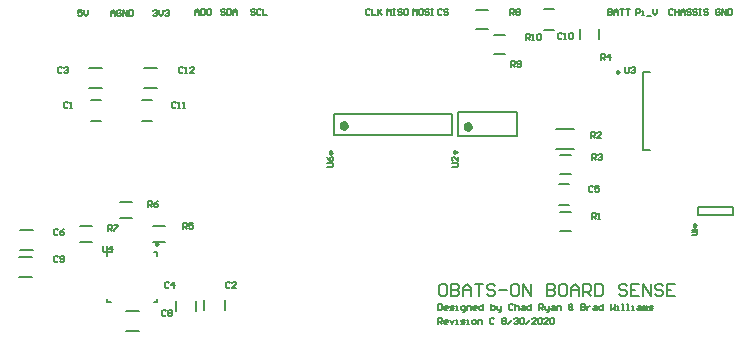
<source format=gto>
G04*
G04 #@! TF.GenerationSoftware,Altium Limited,Altium Designer,20.1.14 (287)*
G04*
G04 Layer_Color=65535*
%FSLAX25Y25*%
%MOIN*%
G70*
G04*
G04 #@! TF.SameCoordinates,BD7075AB-977C-41C2-8E30-DA33ADF5C154*
G04*
G04*
G04 #@! TF.FilePolarity,Positive*
G04*
G01*
G75*
%ADD10C,0.01575*%
%ADD11C,0.00984*%
%ADD12C,0.00787*%
%ADD13C,0.00500*%
%ADD14C,0.00700*%
D10*
X318752Y258055D02*
X318208Y258804D01*
X317328Y258518D01*
Y257592D01*
X318208Y257306D01*
X318752Y258055D01*
X360094Y257713D02*
X359550Y258461D01*
X358670Y258175D01*
Y257250D01*
X359550Y256964D01*
X360094Y257713D01*
D11*
X314146Y249000D02*
X313407Y249426D01*
Y248574D01*
X314146Y249000D01*
X409957Y275913D02*
X409219Y276340D01*
Y275487D01*
X409957Y275913D01*
X355646Y249248D02*
X354907Y249674D01*
Y248822D01*
X355646Y249248D01*
X435405Y224776D02*
X434667Y225202D01*
Y224349D01*
X435405Y224776D01*
X256063Y218721D02*
X255325Y219147D01*
Y218294D01*
X256063Y218721D01*
D12*
X354185Y254906D02*
Y261992D01*
X314815Y254906D02*
Y261992D01*
X354185D01*
X314815Y254906D02*
X354185D01*
X362032Y290350D02*
X365968D01*
X362032Y296650D02*
X365968D01*
X417929Y275992D02*
X420094D01*
X417929Y250008D02*
X420094D01*
X417929D02*
Y275992D01*
X375842Y254563D02*
Y262437D01*
X356157Y254563D02*
Y262437D01*
X375842D01*
X356157Y254563D02*
X375842D01*
X436095Y228122D02*
Y230878D01*
X447905Y228122D02*
Y230878D01*
X436095Y228122D02*
X447905D01*
X436095Y230878D02*
X447905D01*
X368228Y288150D02*
X371772D01*
X368228Y281850D02*
X371772D01*
X384832Y296961D02*
X388168D01*
X384832Y290039D02*
X388168D01*
X245535Y196346D02*
X249866D01*
X245535Y189654D02*
X249866D01*
X268961Y196332D02*
Y199668D01*
X262039Y196332D02*
Y199668D01*
X390134Y222850D02*
X393677D01*
X390134Y229150D02*
X393677D01*
X239232Y214685D02*
X239232Y215768D01*
X240315D01*
X239232Y199232D02*
Y200315D01*
Y199232D02*
X240315Y199232D01*
X254685Y199232D02*
X255768D01*
X255768Y200315D01*
X255768Y214685D02*
Y215768D01*
X254685Y215768D02*
X255768Y215768D01*
X210035Y216653D02*
X214366D01*
X210035Y223346D02*
X214366D01*
X230031Y219342D02*
X233968D01*
X230031Y224658D02*
X233968D01*
X254532Y219342D02*
X258469D01*
X254532Y224658D02*
X258469D01*
X271539Y196414D02*
Y199749D01*
X278461Y196414D02*
Y199749D01*
X243531Y227343D02*
X247468D01*
X243531Y232658D02*
X247468D01*
X209835Y207653D02*
X214165D01*
X209835Y214347D02*
X214165D01*
X251634Y270654D02*
X255965D01*
X251634Y277346D02*
X255965D01*
X233134Y277346D02*
X237465D01*
X233134Y270654D02*
X237465D01*
X250832Y266461D02*
X254168D01*
X250832Y259539D02*
X254168D01*
X233913Y266461D02*
X237249D01*
X233913Y259539D02*
X237249D01*
X396850Y286728D02*
Y290272D01*
X403150Y286728D02*
Y290272D01*
X389832Y231539D02*
X393168D01*
X389832Y238461D02*
X393168D01*
X388945Y250153D02*
X394654D01*
X388945Y256846D02*
X394654D01*
X390134Y241850D02*
X393677D01*
X390134Y248150D02*
X393677D01*
D13*
X349500Y198666D02*
Y196667D01*
X350500D01*
X350833Y197000D01*
Y198333D01*
X350500Y198666D01*
X349500D01*
X352499Y196667D02*
X351833D01*
X351499Y197000D01*
Y197666D01*
X351833Y197999D01*
X352499D01*
X352832Y197666D01*
Y197333D01*
X351499D01*
X353499Y196667D02*
X354498D01*
X354832Y197000D01*
X354498Y197333D01*
X353832D01*
X353499Y197666D01*
X353832Y197999D01*
X354832D01*
X355498Y196667D02*
X356165D01*
X355831D01*
Y197999D01*
X355498D01*
X357831Y196000D02*
X358164D01*
X358497Y196333D01*
Y197999D01*
X357497D01*
X357164Y197666D01*
Y197000D01*
X357497Y196667D01*
X358497D01*
X359163D02*
Y197999D01*
X360163D01*
X360496Y197666D01*
Y196667D01*
X362163D02*
X361496D01*
X361163Y197000D01*
Y197666D01*
X361496Y197999D01*
X362163D01*
X362496Y197666D01*
Y197333D01*
X361163D01*
X364495Y198666D02*
Y196667D01*
X363495D01*
X363162Y197000D01*
Y197666D01*
X363495Y197999D01*
X364495D01*
X367161Y198666D02*
Y196667D01*
X368161D01*
X368494Y197000D01*
Y197333D01*
Y197666D01*
X368161Y197999D01*
X367161D01*
X369160D02*
Y197000D01*
X369494Y196667D01*
X370493D01*
Y196333D01*
X370160Y196000D01*
X369827D01*
X370493Y196667D02*
Y197999D01*
X374492Y198333D02*
X374159Y198666D01*
X373492D01*
X373159Y198333D01*
Y197000D01*
X373492Y196667D01*
X374159D01*
X374492Y197000D01*
X375158Y198666D02*
Y196667D01*
Y197666D01*
X375492Y197999D01*
X376158D01*
X376491Y197666D01*
Y196667D01*
X377491Y197999D02*
X378157D01*
X378491Y197666D01*
Y196667D01*
X377491D01*
X377158Y197000D01*
X377491Y197333D01*
X378491D01*
X380490Y198666D02*
Y196667D01*
X379490D01*
X379157Y197000D01*
Y197666D01*
X379490Y197999D01*
X380490D01*
X383156Y196667D02*
Y198666D01*
X384155D01*
X384489Y198333D01*
Y197666D01*
X384155Y197333D01*
X383156D01*
X383822D02*
X384489Y196667D01*
X385155Y197999D02*
Y197000D01*
X385488Y196667D01*
X386488D01*
Y196333D01*
X386155Y196000D01*
X385822D01*
X386488Y196667D02*
Y197999D01*
X387488D02*
X388154D01*
X388487Y197666D01*
Y196667D01*
X387488D01*
X387154Y197000D01*
X387488Y197333D01*
X388487D01*
X389154Y196667D02*
Y197999D01*
X390154D01*
X390487Y197666D01*
Y196667D01*
X394485D02*
X394152Y197000D01*
X393819Y196667D01*
X393486D01*
X393152Y197000D01*
Y197333D01*
X393486Y197666D01*
X393152Y197999D01*
Y198333D01*
X393486Y198666D01*
X393819D01*
X394152Y198333D01*
Y197999D01*
X393819Y197666D01*
X394152Y197333D01*
Y197000D01*
X394485Y197666D02*
X394152Y197333D01*
X393486Y197666D02*
X393819D01*
X397151Y198666D02*
Y196667D01*
X398151D01*
X398484Y197000D01*
Y197333D01*
X398151Y197666D01*
X397151D01*
X398151D01*
X398484Y197999D01*
Y198333D01*
X398151Y198666D01*
X397151D01*
X399150Y197999D02*
Y196667D01*
Y197333D01*
X399484Y197666D01*
X399817Y197999D01*
X400150D01*
X401483D02*
X402150D01*
X402483Y197666D01*
Y196667D01*
X401483D01*
X401150Y197000D01*
X401483Y197333D01*
X402483D01*
X404482Y198666D02*
Y196667D01*
X403482D01*
X403149Y197000D01*
Y197666D01*
X403482Y197999D01*
X404482D01*
X407148Y198666D02*
Y196667D01*
X407814Y197333D01*
X408481Y196667D01*
Y198666D01*
X409147Y196667D02*
X409814D01*
X409480D01*
Y197999D01*
X409147D01*
X410813Y196667D02*
X411480D01*
X411147D01*
Y198666D01*
X410813D01*
X412479Y196667D02*
X413146D01*
X412813D01*
Y198666D01*
X412479D01*
X414146Y196667D02*
X414812D01*
X414479D01*
Y197999D01*
X414146D01*
X416145D02*
X416812D01*
X417145Y197666D01*
Y196667D01*
X416145D01*
X415812Y197000D01*
X416145Y197333D01*
X417145D01*
X417811Y196667D02*
Y197999D01*
X418144D01*
X418478Y197666D01*
Y196667D01*
Y197666D01*
X418811Y197999D01*
X419144Y197666D01*
Y196667D01*
X419810D02*
X420810D01*
X421143Y197000D01*
X420810Y197333D01*
X420144D01*
X419810Y197666D01*
X420144Y197999D01*
X421143D01*
X349500Y192000D02*
Y193999D01*
X350500D01*
X350833Y193666D01*
Y193000D01*
X350500Y192666D01*
X349500D01*
X350166D02*
X350833Y192000D01*
X352499D02*
X351833D01*
X351499Y192333D01*
Y193000D01*
X351833Y193333D01*
X352499D01*
X352832Y193000D01*
Y192666D01*
X351499D01*
X353499Y193333D02*
X354165Y192000D01*
X354832Y193333D01*
X355498Y192000D02*
X356165D01*
X355831D01*
Y193333D01*
X355498D01*
X357164Y192000D02*
X358164D01*
X358497Y192333D01*
X358164Y192666D01*
X357497D01*
X357164Y193000D01*
X357497Y193333D01*
X358497D01*
X359163Y192000D02*
X359830D01*
X359497D01*
Y193333D01*
X359163D01*
X361163Y192000D02*
X361829D01*
X362163Y192333D01*
Y193000D01*
X361829Y193333D01*
X361163D01*
X360830Y193000D01*
Y192333D01*
X361163Y192000D01*
X362829D02*
Y193333D01*
X363829D01*
X364162Y193000D01*
Y192000D01*
X368161Y193666D02*
X367827Y193999D01*
X367161D01*
X366828Y193666D01*
Y192333D01*
X367161Y192000D01*
X367827D01*
X368161Y192333D01*
X370826Y193666D02*
X371160Y193999D01*
X371826D01*
X372159Y193666D01*
Y193333D01*
X371826Y193000D01*
X372159Y192666D01*
Y192333D01*
X371826Y192000D01*
X371160D01*
X370826Y192333D01*
Y192666D01*
X371160Y193000D01*
X370826Y193333D01*
Y193666D01*
X371160Y193000D02*
X371826D01*
X372826Y192000D02*
X374159Y193333D01*
X374825Y193666D02*
X375158Y193999D01*
X375825D01*
X376158Y193666D01*
Y193333D01*
X375825Y193000D01*
X375492D01*
X375825D01*
X376158Y192666D01*
Y192333D01*
X375825Y192000D01*
X375158D01*
X374825Y192333D01*
X376824Y193666D02*
X377158Y193999D01*
X377824D01*
X378157Y193666D01*
Y192333D01*
X377824Y192000D01*
X377158D01*
X376824Y192333D01*
Y193666D01*
X378824Y192000D02*
X380157Y193333D01*
X382156Y192000D02*
X380823D01*
X382156Y193333D01*
Y193666D01*
X381823Y193999D01*
X381156D01*
X380823Y193666D01*
X382822D02*
X383156Y193999D01*
X383822D01*
X384155Y193666D01*
Y192333D01*
X383822Y192000D01*
X383156D01*
X382822Y192333D01*
Y193666D01*
X386155Y192000D02*
X384822D01*
X386155Y193333D01*
Y193666D01*
X385822Y193999D01*
X385155D01*
X384822Y193666D01*
X386821D02*
X387154Y193999D01*
X387821D01*
X388154Y193666D01*
Y192333D01*
X387821Y192000D01*
X387154D01*
X386821Y192333D01*
Y193666D01*
X415500Y294833D02*
Y296833D01*
X416500D01*
X416833Y296499D01*
Y295833D01*
X416500Y295500D01*
X415500D01*
X417499Y294833D02*
X418166D01*
X417833D01*
Y296166D01*
X417499D01*
X419166Y294500D02*
X420498D01*
X421165Y296833D02*
Y295500D01*
X421831Y294833D01*
X422498Y295500D01*
Y296833D01*
X427833Y296666D02*
X427500Y296999D01*
X426833D01*
X426500Y296666D01*
Y295333D01*
X426833Y295000D01*
X427500D01*
X427833Y295333D01*
X428499Y296999D02*
Y295000D01*
Y296000D01*
X429832D01*
Y296999D01*
Y295000D01*
X430499D02*
Y296333D01*
X431165Y296999D01*
X431832Y296333D01*
Y295000D01*
Y296000D01*
X430499D01*
X433831Y296666D02*
X433498Y296999D01*
X432831D01*
X432498Y296666D01*
Y296333D01*
X432831Y296000D01*
X433498D01*
X433831Y295666D01*
Y295333D01*
X433498Y295000D01*
X432831D01*
X432498Y295333D01*
X435830Y296666D02*
X435497Y296999D01*
X434831D01*
X434497Y296666D01*
Y296333D01*
X434831Y296000D01*
X435497D01*
X435830Y295666D01*
Y295333D01*
X435497Y295000D01*
X434831D01*
X434497Y295333D01*
X436497Y296999D02*
X437163D01*
X436830D01*
Y295000D01*
X436497D01*
X437163D01*
X439496Y296666D02*
X439163Y296999D01*
X438496D01*
X438163Y296666D01*
Y296333D01*
X438496Y296000D01*
X439163D01*
X439496Y295666D01*
Y295333D01*
X439163Y295000D01*
X438496D01*
X438163Y295333D01*
X443495Y296666D02*
X443161Y296999D01*
X442495D01*
X442162Y296666D01*
Y295333D01*
X442495Y295000D01*
X443161D01*
X443495Y295333D01*
Y296000D01*
X442828D01*
X444161Y295000D02*
Y296999D01*
X445494Y295000D01*
Y296999D01*
X446160D02*
Y295000D01*
X447160D01*
X447493Y295333D01*
Y296666D01*
X447160Y296999D01*
X446160D01*
X406000D02*
Y295000D01*
X407000D01*
X407333Y295333D01*
Y295666D01*
X407000Y296000D01*
X406000D01*
X407000D01*
X407333Y296333D01*
Y296666D01*
X407000Y296999D01*
X406000D01*
X407999Y295000D02*
Y296333D01*
X408666Y296999D01*
X409332Y296333D01*
Y295000D01*
Y296000D01*
X407999D01*
X409999Y296999D02*
X411332D01*
X410665D01*
Y295000D01*
X411998Y296999D02*
X413331D01*
X412665D01*
Y295000D01*
X341000D02*
Y296999D01*
X341666Y296333D01*
X342333Y296999D01*
Y295000D01*
X343999Y296999D02*
X343333D01*
X342999Y296666D01*
Y295333D01*
X343333Y295000D01*
X343999D01*
X344332Y295333D01*
Y296666D01*
X343999Y296999D01*
X346332Y296666D02*
X345998Y296999D01*
X345332D01*
X344999Y296666D01*
Y296333D01*
X345332Y296000D01*
X345998D01*
X346332Y295666D01*
Y295333D01*
X345998Y295000D01*
X345332D01*
X344999Y295333D01*
X346998Y296999D02*
X347664D01*
X347331D01*
Y295000D01*
X346998D01*
X347664D01*
X326833Y296666D02*
X326500Y296999D01*
X325833D01*
X325500Y296666D01*
Y295333D01*
X325833Y295000D01*
X326500D01*
X326833Y295333D01*
X327499Y296999D02*
Y295000D01*
X328832D01*
X329499Y296999D02*
Y295000D01*
Y295666D01*
X330832Y296999D01*
X329832Y296000D01*
X330832Y295000D01*
X332500D02*
Y296999D01*
X333166Y296333D01*
X333833Y296999D01*
Y295000D01*
X334499Y296999D02*
X335166D01*
X334833D01*
Y295000D01*
X334499D01*
X335166D01*
X337498Y296666D02*
X337165Y296999D01*
X336499D01*
X336165Y296666D01*
Y296333D01*
X336499Y296000D01*
X337165D01*
X337498Y295666D01*
Y295333D01*
X337165Y295000D01*
X336499D01*
X336165Y295333D01*
X339164Y296999D02*
X338498D01*
X338165Y296666D01*
Y295333D01*
X338498Y295000D01*
X339164D01*
X339498Y295333D01*
Y296666D01*
X339164Y296999D01*
X350833Y296666D02*
X350500Y296999D01*
X349833D01*
X349500Y296666D01*
Y295333D01*
X349833Y295000D01*
X350500D01*
X350833Y295333D01*
X352832Y296666D02*
X352499Y296999D01*
X351833D01*
X351499Y296666D01*
Y296333D01*
X351833Y296000D01*
X352499D01*
X352832Y295666D01*
Y295333D01*
X352499Y295000D01*
X351833D01*
X351499Y295333D01*
X254500Y296166D02*
X254833Y296499D01*
X255500D01*
X255833Y296166D01*
Y295833D01*
X255500Y295500D01*
X255166D01*
X255500D01*
X255833Y295166D01*
Y294833D01*
X255500Y294500D01*
X254833D01*
X254500Y294833D01*
X256499Y296499D02*
Y295166D01*
X257166Y294500D01*
X257832Y295166D01*
Y296499D01*
X258499Y296166D02*
X258832Y296499D01*
X259498D01*
X259832Y296166D01*
Y295833D01*
X259498Y295500D01*
X259165D01*
X259498D01*
X259832Y295166D01*
Y294833D01*
X259498Y294500D01*
X258832D01*
X258499Y294833D01*
X268500Y295000D02*
Y296333D01*
X269166Y296999D01*
X269833Y296333D01*
Y295000D01*
Y296000D01*
X268500D01*
X270499Y296999D02*
Y295000D01*
X271499D01*
X271832Y295333D01*
Y296666D01*
X271499Y296999D01*
X270499D01*
X272499Y296666D02*
X272832Y296999D01*
X273498D01*
X273832Y296666D01*
Y295333D01*
X273498Y295000D01*
X272832D01*
X272499Y295333D01*
Y296666D01*
X288333D02*
X288000Y296999D01*
X287333D01*
X287000Y296666D01*
Y296333D01*
X287333Y296000D01*
X288000D01*
X288333Y295666D01*
Y295333D01*
X288000Y295000D01*
X287333D01*
X287000Y295333D01*
X290332Y296666D02*
X289999Y296999D01*
X289333D01*
X288999Y296666D01*
Y295333D01*
X289333Y295000D01*
X289999D01*
X290332Y295333D01*
X290999Y296999D02*
Y295000D01*
X292332D01*
X278333Y296666D02*
X278000Y296999D01*
X277333D01*
X277000Y296666D01*
Y296333D01*
X277333Y296000D01*
X278000D01*
X278333Y295666D01*
Y295333D01*
X278000Y295000D01*
X277333D01*
X277000Y295333D01*
X278999Y296999D02*
Y295000D01*
X279999D01*
X280332Y295333D01*
Y296666D01*
X279999Y296999D01*
X278999D01*
X280999Y295000D02*
Y296333D01*
X281665Y296999D01*
X282332Y296333D01*
Y295000D01*
Y296000D01*
X280999D01*
X240500Y294500D02*
Y295833D01*
X241166Y296499D01*
X241833Y295833D01*
Y294500D01*
Y295500D01*
X240500D01*
X243832Y296166D02*
X243499Y296499D01*
X242833D01*
X242499Y296166D01*
Y294833D01*
X242833Y294500D01*
X243499D01*
X243832Y294833D01*
Y295500D01*
X243166D01*
X244499Y294500D02*
Y296499D01*
X245832Y294500D01*
Y296499D01*
X246498D02*
Y294500D01*
X247498D01*
X247831Y294833D01*
Y296166D01*
X247498Y296499D01*
X246498D01*
X230833D02*
X229500D01*
Y295500D01*
X230166Y295833D01*
X230500D01*
X230833Y295500D01*
Y294833D01*
X230500Y294500D01*
X229833D01*
X229500Y294833D01*
X231499Y296499D02*
Y295166D01*
X232166Y294500D01*
X232832Y295166D01*
Y296499D01*
X411834Y277500D02*
Y275834D01*
X412167Y275500D01*
X412834D01*
X413167Y275834D01*
Y277500D01*
X413833Y277167D02*
X414166Y277500D01*
X414833D01*
X415166Y277167D01*
Y276833D01*
X414833Y276500D01*
X414500D01*
X414833D01*
X415166Y276167D01*
Y275834D01*
X414833Y275500D01*
X414166D01*
X413833Y275834D01*
X354000Y244334D02*
X355666D01*
X356000Y244667D01*
Y245334D01*
X355666Y245667D01*
X354000D01*
X356000Y247666D02*
Y246333D01*
X354667Y247666D01*
X354333D01*
X354000Y247333D01*
Y246667D01*
X354333Y246333D01*
X434250Y221500D02*
X435500D01*
X435750Y221750D01*
Y222250D01*
X435500Y222500D01*
X434250D01*
X435750Y223000D02*
Y223500D01*
Y223250D01*
X434250D01*
X434500Y223000D01*
X378906Y286500D02*
Y288500D01*
X379906D01*
X380239Y288166D01*
Y287500D01*
X379906Y287167D01*
X378906D01*
X379573D02*
X380239Y286500D01*
X380906D02*
X381572D01*
X381239D01*
Y288500D01*
X380906Y288166D01*
X382572D02*
X382905Y288500D01*
X383572D01*
X383905Y288166D01*
Y286834D01*
X383572Y286500D01*
X382905D01*
X382572Y286834D01*
Y288166D01*
X373657Y277500D02*
Y279500D01*
X374656D01*
X374990Y279167D01*
Y278500D01*
X374656Y278167D01*
X373657D01*
X374323D02*
X374990Y277500D01*
X375656Y277834D02*
X375989Y277500D01*
X376656D01*
X376989Y277834D01*
Y279167D01*
X376656Y279500D01*
X375989D01*
X375656Y279167D01*
Y278833D01*
X375989Y278500D01*
X376989D01*
X259667Y205666D02*
X259334Y206000D01*
X258667D01*
X258334Y205666D01*
Y204334D01*
X258667Y204000D01*
X259334D01*
X259667Y204334D01*
X261333Y204000D02*
Y206000D01*
X260333Y205000D01*
X261666D01*
X312500Y244334D02*
X314166D01*
X314500Y244667D01*
Y245334D01*
X314166Y245667D01*
X312500D01*
Y247666D02*
X312833Y247000D01*
X313500Y246333D01*
X314166D01*
X314500Y246667D01*
Y247333D01*
X314166Y247666D01*
X313833D01*
X313500Y247333D01*
Y246333D01*
X373436Y295000D02*
Y297000D01*
X374436D01*
X374769Y296667D01*
Y296000D01*
X374436Y295667D01*
X373436D01*
X374103D02*
X374769Y295000D01*
X375436Y296667D02*
X375769Y297000D01*
X376435D01*
X376768Y296667D01*
Y296333D01*
X376435Y296000D01*
X376768Y295667D01*
Y295334D01*
X376435Y295000D01*
X375769D01*
X375436Y295334D01*
Y295667D01*
X375769Y296000D01*
X375436Y296333D01*
Y296667D01*
X375769Y296000D02*
X376435D01*
X264334Y277167D02*
X264001Y277500D01*
X263334D01*
X263001Y277167D01*
Y275834D01*
X263334Y275500D01*
X264001D01*
X264334Y275834D01*
X265000Y275500D02*
X265667D01*
X265333D01*
Y277500D01*
X265000Y277167D01*
X267999Y275500D02*
X266666D01*
X267999Y276833D01*
Y277167D01*
X267666Y277500D01*
X267000D01*
X266666Y277167D01*
X262167Y265667D02*
X261834Y266000D01*
X261167D01*
X260834Y265667D01*
Y264334D01*
X261167Y264000D01*
X261834D01*
X262167Y264334D01*
X262833Y264000D02*
X263500D01*
X263167D01*
Y266000D01*
X262833Y265667D01*
X264499Y264000D02*
X265166D01*
X264833D01*
Y266000D01*
X264499Y265667D01*
X390834Y288667D02*
X390500Y289000D01*
X389834D01*
X389501Y288667D01*
Y287334D01*
X389834Y287000D01*
X390500D01*
X390834Y287334D01*
X391500Y287000D02*
X392167D01*
X391833D01*
Y289000D01*
X391500Y288667D01*
X393166D02*
X393499Y289000D01*
X394166D01*
X394499Y288667D01*
Y287334D01*
X394166Y287000D01*
X393499D01*
X393166Y287334D01*
Y288667D01*
X252834Y231000D02*
Y233000D01*
X253834D01*
X254167Y232666D01*
Y232000D01*
X253834Y231667D01*
X252834D01*
X253500D02*
X254167Y231000D01*
X256166Y233000D02*
X255500Y232666D01*
X254833Y232000D01*
Y231334D01*
X255167Y231000D01*
X255833D01*
X256166Y231334D01*
Y231667D01*
X255833Y232000D01*
X254833D01*
X264334Y223500D02*
Y225500D01*
X265334D01*
X265667Y225167D01*
Y224500D01*
X265334Y224167D01*
X264334D01*
X265000D02*
X265667Y223500D01*
X267666Y225500D02*
X266333D01*
Y224500D01*
X267000Y224833D01*
X267333D01*
X267666Y224500D01*
Y223834D01*
X267333Y223500D01*
X266667D01*
X266333Y223834D01*
X239334Y223000D02*
Y225000D01*
X240334D01*
X240667Y224667D01*
Y224000D01*
X240334Y223667D01*
X239334D01*
X240000D02*
X240667Y223000D01*
X241333Y225000D02*
X242666D01*
Y224667D01*
X241333Y223334D01*
Y223000D01*
X222667Y223166D02*
X222334Y223500D01*
X221667D01*
X221334Y223166D01*
Y221834D01*
X221667Y221500D01*
X222334D01*
X222667Y221834D01*
X224666Y223500D02*
X224000Y223166D01*
X223333Y222500D01*
Y221834D01*
X223667Y221500D01*
X224333D01*
X224666Y221834D01*
Y222167D01*
X224333Y222500D01*
X223333D01*
X222667Y214166D02*
X222334Y214500D01*
X221667D01*
X221334Y214166D01*
Y212834D01*
X221667Y212500D01*
X222334D01*
X222667Y212834D01*
X223333D02*
X223667Y212500D01*
X224333D01*
X224666Y212834D01*
Y214166D01*
X224333Y214500D01*
X223667D01*
X223333Y214166D01*
Y213833D01*
X223667Y213500D01*
X224666D01*
X280167Y205666D02*
X279834Y206000D01*
X279167D01*
X278834Y205666D01*
Y204334D01*
X279167Y204000D01*
X279834D01*
X280167Y204334D01*
X282166Y204000D02*
X280833D01*
X282166Y205333D01*
Y205666D01*
X281833Y206000D01*
X281167D01*
X280833Y205666D01*
X258667Y196167D02*
X258334Y196500D01*
X257667D01*
X257334Y196167D01*
Y194834D01*
X257667Y194500D01*
X258334D01*
X258667Y194834D01*
X259333Y196167D02*
X259666Y196500D01*
X260333D01*
X260666Y196167D01*
Y195833D01*
X260333Y195500D01*
X260666Y195167D01*
Y194834D01*
X260333Y194500D01*
X259666D01*
X259333Y194834D01*
Y195167D01*
X259666Y195500D01*
X259333Y195833D01*
Y196167D01*
X259666Y195500D02*
X260333D01*
X237834Y218000D02*
Y216334D01*
X238167Y216000D01*
X238834D01*
X239167Y216334D01*
Y218000D01*
X240833Y216000D02*
Y218000D01*
X239833Y217000D01*
X241166D01*
X403834Y280000D02*
Y282000D01*
X404834D01*
X405167Y281666D01*
Y281000D01*
X404834Y280667D01*
X403834D01*
X404500D02*
X405167Y280000D01*
X406833D02*
Y282000D01*
X405833Y281000D01*
X407166D01*
X400834Y246500D02*
Y248500D01*
X401834D01*
X402167Y248166D01*
Y247500D01*
X401834Y247167D01*
X400834D01*
X401500D02*
X402167Y246500D01*
X402833Y248166D02*
X403166Y248500D01*
X403833D01*
X404166Y248166D01*
Y247833D01*
X403833Y247500D01*
X403500D01*
X403833D01*
X404166Y247167D01*
Y246834D01*
X403833Y246500D01*
X403166D01*
X402833Y246834D01*
X400334Y254000D02*
Y256000D01*
X401334D01*
X401667Y255666D01*
Y255000D01*
X401334Y254667D01*
X400334D01*
X401000D02*
X401667Y254000D01*
X403666D02*
X402333D01*
X403666Y255333D01*
Y255666D01*
X403333Y256000D01*
X402667D01*
X402333Y255666D01*
X400667Y227000D02*
Y229000D01*
X401667D01*
X402000Y228666D01*
Y228000D01*
X401667Y227667D01*
X400667D01*
X401334D02*
X402000Y227000D01*
X402666D02*
X403333D01*
X403000D01*
Y229000D01*
X402666Y228666D01*
X401167Y237667D02*
X400834Y238000D01*
X400167D01*
X399834Y237667D01*
Y236334D01*
X400167Y236000D01*
X400834D01*
X401167Y236334D01*
X403166Y238000D02*
X401833D01*
Y237000D01*
X402500Y237333D01*
X402833D01*
X403166Y237000D01*
Y236334D01*
X402833Y236000D01*
X402167D01*
X401833Y236334D01*
X224167Y277167D02*
X223834Y277500D01*
X223167D01*
X222834Y277167D01*
Y275834D01*
X223167Y275500D01*
X223834D01*
X224167Y275834D01*
X224833Y277167D02*
X225167Y277500D01*
X225833D01*
X226166Y277167D01*
Y276833D01*
X225833Y276500D01*
X225500D01*
X225833D01*
X226166Y276167D01*
Y275834D01*
X225833Y275500D01*
X225167D01*
X224833Y275834D01*
X226000Y265667D02*
X225667Y266000D01*
X225000D01*
X224667Y265667D01*
Y264334D01*
X225000Y264000D01*
X225667D01*
X226000Y264334D01*
X226666Y264000D02*
X227333D01*
X227000D01*
Y266000D01*
X226666Y265667D01*
D14*
X351699Y205199D02*
X350366D01*
X349700Y204532D01*
Y201867D01*
X350366Y201200D01*
X351699D01*
X352366Y201867D01*
Y204532D01*
X351699Y205199D01*
X353699D02*
Y201200D01*
X355698D01*
X356364Y201867D01*
Y202533D01*
X355698Y203199D01*
X353699D01*
X355698D01*
X356364Y203866D01*
Y204532D01*
X355698Y205199D01*
X353699D01*
X357697Y201200D02*
Y203866D01*
X359030Y205199D01*
X360363Y203866D01*
Y201200D01*
Y203199D01*
X357697D01*
X361696Y205199D02*
X364362D01*
X363029D01*
Y201200D01*
X368361Y204532D02*
X367694Y205199D01*
X366361D01*
X365695Y204532D01*
Y203866D01*
X366361Y203199D01*
X367694D01*
X368361Y202533D01*
Y201867D01*
X367694Y201200D01*
X366361D01*
X365695Y201867D01*
X369694Y203199D02*
X372359D01*
X375692Y205199D02*
X374359D01*
X373692Y204532D01*
Y201867D01*
X374359Y201200D01*
X375692D01*
X376358Y201867D01*
Y204532D01*
X375692Y205199D01*
X377691Y201200D02*
Y205199D01*
X380357Y201200D01*
Y205199D01*
X385688D02*
Y201200D01*
X387688D01*
X388354Y201867D01*
Y202533D01*
X387688Y203199D01*
X385688D01*
X387688D01*
X388354Y203866D01*
Y204532D01*
X387688Y205199D01*
X385688D01*
X391687D02*
X390353D01*
X389687Y204532D01*
Y201867D01*
X390353Y201200D01*
X391687D01*
X392353Y201867D01*
Y204532D01*
X391687Y205199D01*
X393686Y201200D02*
Y203866D01*
X395019Y205199D01*
X396352Y203866D01*
Y201200D01*
Y203199D01*
X393686D01*
X397685Y201200D02*
Y205199D01*
X399684D01*
X400350Y204532D01*
Y203199D01*
X399684Y202533D01*
X397685D01*
X399017D02*
X400350Y201200D01*
X401683Y205199D02*
Y201200D01*
X403683D01*
X404349Y201867D01*
Y204532D01*
X403683Y205199D01*
X401683D01*
X412347Y204532D02*
X411680Y205199D01*
X410347D01*
X409681Y204532D01*
Y203866D01*
X410347Y203199D01*
X411680D01*
X412347Y202533D01*
Y201867D01*
X411680Y201200D01*
X410347D01*
X409681Y201867D01*
X416345Y205199D02*
X413679D01*
Y201200D01*
X416345D01*
X413679Y203199D02*
X415012D01*
X417678Y201200D02*
Y205199D01*
X420344Y201200D01*
Y205199D01*
X424343Y204532D02*
X423676Y205199D01*
X422343D01*
X421677Y204532D01*
Y203866D01*
X422343Y203199D01*
X423676D01*
X424343Y202533D01*
Y201867D01*
X423676Y201200D01*
X422343D01*
X421677Y201867D01*
X428341Y205199D02*
X425675D01*
Y201200D01*
X428341D01*
X425675Y203199D02*
X427008D01*
M02*

</source>
